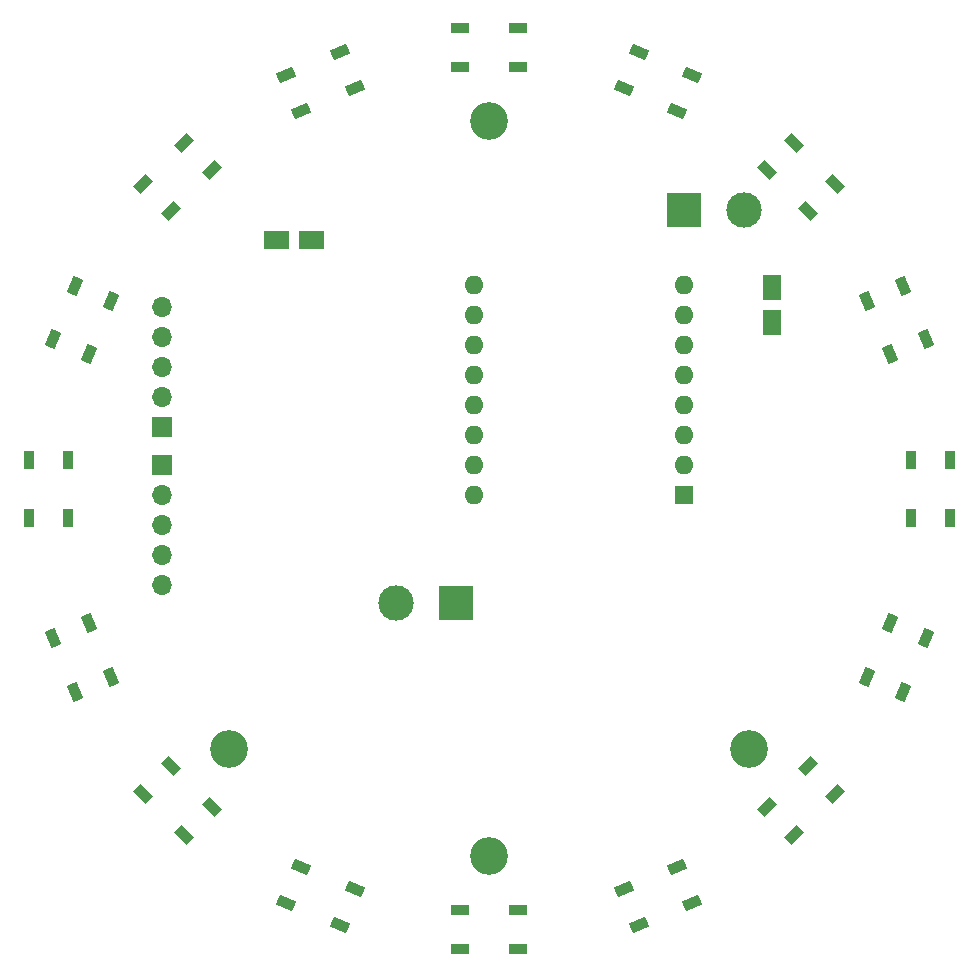
<source format=gbr>
%TF.GenerationSoftware,KiCad,Pcbnew,7.0.2*%
%TF.CreationDate,2023-06-22T15:29:01-04:00*%
%TF.ProjectId,protopico,70726f74-6f70-4696-936f-2e6b69636164,rev?*%
%TF.SameCoordinates,Original*%
%TF.FileFunction,Soldermask,Bot*%
%TF.FilePolarity,Negative*%
%FSLAX46Y46*%
G04 Gerber Fmt 4.6, Leading zero omitted, Abs format (unit mm)*
G04 Created by KiCad (PCBNEW 7.0.2) date 2023-06-22 15:29:01*
%MOMM*%
%LPD*%
G01*
G04 APERTURE LIST*
G04 Aperture macros list*
%AMRotRect*
0 Rectangle, with rotation*
0 The origin of the aperture is its center*
0 $1 length*
0 $2 width*
0 $3 Rotation angle, in degrees counterclockwise*
0 Add horizontal line*
21,1,$1,$2,0,0,$3*%
%AMFreePoly0*
4,1,6,1.000000,0.000000,0.500000,-0.750000,-0.500000,-0.750000,-0.500000,0.750000,0.500000,0.750000,1.000000,0.000000,1.000000,0.000000,$1*%
G04 Aperture macros list end*
%ADD10RotRect,1.500000X0.900000X337.500000*%
%ADD11RotRect,1.500000X0.900000X315.000000*%
%ADD12RotRect,1.500000X0.900000X292.500000*%
%ADD13R,0.900000X1.500000*%
%ADD14RotRect,1.500000X0.900000X247.500000*%
%ADD15RotRect,1.500000X0.900000X225.000000*%
%ADD16RotRect,1.500000X0.900000X202.500000*%
%ADD17R,1.500000X0.900000*%
%ADD18RotRect,1.500000X0.900000X157.500000*%
%ADD19RotRect,1.500000X0.900000X135.000000*%
%ADD20RotRect,1.500000X0.900000X112.500000*%
%ADD21RotRect,1.500000X0.900000X67.500000*%
%ADD22RotRect,1.500000X0.900000X45.000000*%
%ADD23RotRect,1.500000X0.900000X22.500000*%
%ADD24C,3.200000*%
%ADD25R,1.600000X1.600000*%
%ADD26O,1.600000X1.600000*%
%ADD27R,1.700000X1.700000*%
%ADD28O,1.700000X1.700000*%
%ADD29R,3.000000X3.000000*%
%ADD30C,3.000000*%
%ADD31R,1.500000X1.500000*%
%ADD32FreePoly0,180.000000*%
%ADD33FreePoly0,0.000000*%
%ADD34FreePoly0,90.000000*%
%ADD35FreePoly0,270.000000*%
G04 APERTURE END LIST*
D10*
%TO.C,D16*%
X161253701Y-65913013D03*
X162516557Y-62864210D03*
X167043567Y-64739359D03*
X165780711Y-67788162D03*
%TD*%
D11*
%TO.C,D15*%
X173362815Y-72854362D03*
X175696268Y-70520909D03*
X179161091Y-73985732D03*
X176827638Y-76319185D03*
%TD*%
D12*
%TO.C,D14*%
X181893838Y-83901289D03*
X184942641Y-82638433D03*
X186817790Y-87165443D03*
X183768987Y-88428299D03*
%TD*%
D13*
%TO.C,D13*%
X185548000Y-97372000D03*
X188848000Y-97372000D03*
X188848000Y-102272000D03*
X185548000Y-102272000D03*
%TD*%
D14*
%TO.C,D12*%
X183768987Y-111215701D03*
X186817790Y-112478557D03*
X184942641Y-117005567D03*
X181893838Y-115742711D03*
%TD*%
D15*
%TO.C,D11*%
X176827638Y-123324815D03*
X179161091Y-125658268D03*
X175696268Y-129123091D03*
X173362815Y-126789638D03*
%TD*%
D16*
%TO.C,D10*%
X165780711Y-131855838D03*
X167043567Y-134904641D03*
X162516557Y-136779790D03*
X161253701Y-133730987D03*
%TD*%
D17*
%TO.C,D9*%
X152310000Y-135510000D03*
X152310000Y-138810000D03*
X147410000Y-138810000D03*
X147410000Y-135510000D03*
%TD*%
D18*
%TO.C,D8*%
X138466299Y-133730987D03*
X137203443Y-136779790D03*
X132676433Y-134904641D03*
X133939289Y-131855838D03*
%TD*%
D19*
%TO.C,D7*%
X126357185Y-126789638D03*
X124023732Y-129123091D03*
X120558909Y-125658268D03*
X122892362Y-123324815D03*
%TD*%
D20*
%TO.C,D6*%
X117826162Y-115742711D03*
X114777359Y-117005567D03*
X112902210Y-112478557D03*
X115951013Y-111215701D03*
%TD*%
D13*
%TO.C,D5*%
X114172000Y-102272000D03*
X110872000Y-102272000D03*
X110872000Y-97372000D03*
X114172000Y-97372000D03*
%TD*%
D21*
%TO.C,D4*%
X115951013Y-88428299D03*
X112902210Y-87165443D03*
X114777359Y-82638433D03*
X117826162Y-83901289D03*
%TD*%
D22*
%TO.C,D3*%
X122892362Y-76319185D03*
X120558909Y-73985732D03*
X124023732Y-70520909D03*
X126357185Y-72854362D03*
%TD*%
D23*
%TO.C,D2*%
X133939289Y-67788162D03*
X132676433Y-64739359D03*
X137203443Y-62864210D03*
X138466299Y-65913013D03*
%TD*%
D24*
%TO.C,H4*%
X171861627Y-121823627D03*
%TD*%
%TO.C,H2*%
X127858373Y-121823627D03*
%TD*%
%TO.C,H3*%
X149860000Y-130937000D03*
%TD*%
%TO.C,H1*%
X149860000Y-68707000D03*
%TD*%
D25*
%TO.C,U1*%
X166370000Y-100330000D03*
D26*
X166370000Y-97790000D03*
X166370000Y-95250000D03*
X166370000Y-92710000D03*
X166370000Y-90170000D03*
X166370000Y-87630000D03*
X166370000Y-85090000D03*
X166370000Y-82550000D03*
X148590000Y-82550000D03*
X148590000Y-85090000D03*
X148590000Y-87630000D03*
X148590000Y-90170000D03*
X148590000Y-92710000D03*
X148590000Y-95250000D03*
X148590000Y-97790000D03*
X148590000Y-100330000D03*
%TD*%
D27*
%TO.C,U3*%
X122174000Y-94615000D03*
D28*
X122174000Y-92075000D03*
X122174000Y-89535000D03*
X122174000Y-86995000D03*
X122174000Y-84455000D03*
%TD*%
D29*
%TO.C,J6*%
X166370000Y-76200000D03*
D30*
X171450000Y-76200000D03*
%TD*%
D29*
%TO.C,J1*%
X147066000Y-109474000D03*
D30*
X141986000Y-109474000D03*
%TD*%
D27*
%TO.C,U2*%
X122174000Y-97790000D03*
D28*
X122174000Y-100330000D03*
X122174000Y-102870000D03*
X122174000Y-105410000D03*
X122174000Y-107950000D03*
%TD*%
D17*
%TO.C,D1*%
X147410000Y-64134000D03*
X147410000Y-60834000D03*
X152310000Y-60834000D03*
X152310000Y-64134000D03*
%TD*%
D31*
%TO.C,JP2*%
X134550000Y-78740000D03*
X132150000Y-78740000D03*
D32*
X135350000Y-78740000D03*
D33*
X131350000Y-78740000D03*
%TD*%
D31*
%TO.C,JP1*%
X173800000Y-85450000D03*
X173800000Y-83050000D03*
D34*
X173800000Y-86250000D03*
D35*
X173800000Y-82250000D03*
%TD*%
M02*

</source>
